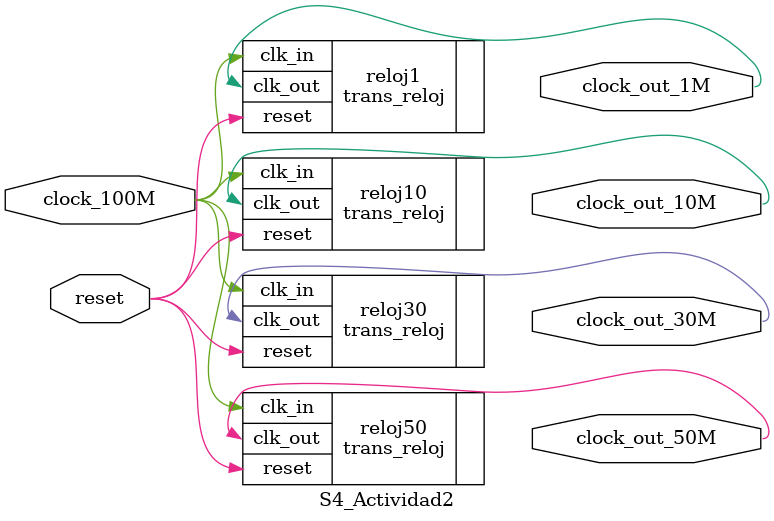
<source format=sv>
`timescale 1ns / 1ps


module S4_Actividad2(
    input logic clock_100M, reset,
    output logic clock_out_50M, clock_out_30M, clock_out_10M, clock_out_1M
    );
    trans_reloj  #(100_000_000,1_000_000) reloj1(.clk_in(clock_100M),.reset(reset),.clk_out(clock_out_1M));
    trans_reloj  #(100_000_000,10_000_000) reloj10(.clk_in(clock_100M),.reset(reset),.clk_out(clock_out_10M));
    trans_reloj  #(100_000_000,30_000_000) reloj30(.clk_in(clock_100M),.reset(reset),.clk_out(clock_out_30M));
    trans_reloj  #(100_000_000,50_000_000) reloj50(.clk_in(clock_100M),.reset(reset),.clk_out(clock_out_50M));

endmodule

</source>
